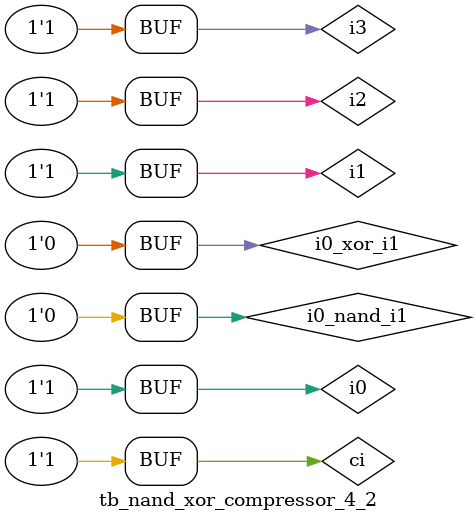
<source format=v>
`timescale 1ns / 1ps
module tb_nand_xor_compressor_4_2();
    reg i0,i1,i2,i3 ;
    reg ci          ;
    wire co,c,d     ;
    wire i0_xor_i1  ;
    wire i0_nand_i1  ;
    
    initial begin
        ci = 0;
        {i0,i1,i2,i3} = 4'b0000;
    #20
        {i0,i1,i2,i3} = 4'b0001;
    #20
        {i0,i1,i2,i3} = 4'b0010;
    #20
        {i0,i1,i2,i3} = 4'b0011;
    #20
        {i0,i1,i2,i3} = 4'b0100;
    #20
        {i0,i1,i2,i3} = 4'b0101;
    #20
        {i0,i1,i2,i3} = 4'b0110;
    #20
        {i0,i1,i2,i3} = 4'b0111;
    #20
        {i0,i1,i2,i3} = 4'b1000;
    #20                    
        {i0,i1,i2,i3} = 4'b1001;
    #20                    
        {i0,i1,i2,i3} = 4'b1010;
    #20                    
        {i0,i1,i2,i3} = 4'b1011;
    #20                    
        {i0,i1,i2,i3} = 4'b1100;
    #20                    
        {i0,i1,i2,i3} = 4'b1101;
    #20                    
        {i0,i1,i2,i3} = 4'b1110;
    #20                    
        {i0,i1,i2,i3} = 4'b1111;
    #20
        ci = 1;
        {i0,i1,i2,i3} = 4'b0000;
    #20
        {i0,i1,i2,i3} = 4'b0001;
    #20
        {i0,i1,i2,i3} = 4'b0010;
    #20
        {i0,i1,i2,i3} = 4'b0011;
    #20
        {i0,i1,i2,i3} = 4'b0100;
    #20
        {i0,i1,i2,i3} = 4'b0101;
    #20
        {i0,i1,i2,i3} = 4'b0110;
    #20
        {i0,i1,i2,i3} = 4'b0111;
    #20
        {i0,i1,i2,i3} = 4'b1000;
    #20                    
        {i0,i1,i2,i3} = 4'b1001;
    #20                    
        {i0,i1,i2,i3} = 4'b1010;
    #20                    
        {i0,i1,i2,i3} = 4'b1011;
    #20                    
        {i0,i1,i2,i3} = 4'b1100;
    #20                    
        {i0,i1,i2,i3} = 4'b1101;
    #20                    
        {i0,i1,i2,i3} = 4'b1110;
    #20                    
        {i0,i1,i2,i3} = 4'b1111;
        
    end
    
    assign i0_nand_i1 = ~(i0 & i1);
    assign i0_xor_i1 = i0 ^ i1;
    
    
    nand_xor_compressor_4_2 nand_xor_compressor_4_2_inst(
        .i0_xor_i1   (i0_xor_i1 ),   //输入的i0 ^ i1
        .i0_nand_i1  (i0_nand_i1),   //输入的~(i0 & i1)
        .i2          (i2        ),
        .i3          (i3        ),
        .ci          (ci        ),
        
        .co          (co        ),
        .c           (c         ),
        .d           (d         )
    );
    
endmodule

</source>
